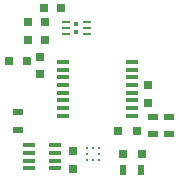
<source format=gbp>
G04 #@! TF.FileFunction,Paste,Bot*
%FSLAX46Y46*%
G04 Gerber Fmt 4.6, Leading zero omitted, Abs format (unit mm)*
G04 Created by KiCad (PCBNEW 4.0.6) date Mon Feb  5 06:37:18 2018*
%MOMM*%
%LPD*%
G01*
G04 APERTURE LIST*
%ADD10C,0.100000*%
%ADD11R,0.800000X0.750000*%
%ADD12R,0.750000X0.800000*%
%ADD13R,0.800000X0.800000*%
%ADD14R,0.900000X0.500000*%
%ADD15R,0.500000X0.900000*%
%ADD16R,1.000000X0.400000*%
%ADD17R,1.060000X0.400000*%
%ADD18C,0.225000*%
%ADD19R,0.700000X0.250000*%
%ADD20R,0.366000X0.426000*%
G04 APERTURE END LIST*
D10*
D11*
X152527000Y-87630000D03*
X154027000Y-87630000D03*
D12*
X155194000Y-88761000D03*
X155194000Y-87261000D03*
X164338000Y-91186000D03*
X164338000Y-89686000D03*
X154178000Y-84352000D03*
X154178000Y-85852000D03*
X157988000Y-96750000D03*
X157988000Y-95250000D03*
D13*
X163334500Y-93599000D03*
X161734500Y-93599000D03*
X163779000Y-95504000D03*
X162179000Y-95504000D03*
D14*
X164719000Y-92341000D03*
X164719000Y-93841000D03*
X166116000Y-92341000D03*
X166116000Y-93841000D03*
D15*
X162203000Y-96901000D03*
X163703000Y-96901000D03*
D14*
X153289000Y-92000000D03*
X153289000Y-93500000D03*
D16*
X157100000Y-92275000D03*
X157100000Y-91625000D03*
X157100000Y-90975000D03*
X157100000Y-90325000D03*
X157100000Y-89675000D03*
X157100000Y-89025000D03*
X157100000Y-88375000D03*
X157100000Y-87725000D03*
X162900000Y-87725000D03*
X162900000Y-88375000D03*
X162900000Y-89025000D03*
X162900000Y-89675000D03*
X162900000Y-90325000D03*
X162900000Y-90975000D03*
X162900000Y-91625000D03*
X162900000Y-92275000D03*
D17*
X156421000Y-94778000D03*
X156421000Y-95428000D03*
X156421000Y-96088000D03*
X156421000Y-96738000D03*
X154221000Y-96738000D03*
X154221000Y-96088000D03*
X154221000Y-95428000D03*
X154221000Y-94778000D03*
D18*
X160139000Y-96004000D03*
X160139000Y-95504000D03*
X160139000Y-95004000D03*
X159639000Y-95004000D03*
X159139000Y-95004000D03*
X159139000Y-95504000D03*
X159139000Y-96004000D03*
X159639000Y-96004000D03*
D12*
X155575000Y-85852000D03*
X155575000Y-84352000D03*
D11*
X156960000Y-83185000D03*
X155460000Y-83185000D03*
D19*
X157317000Y-85336000D03*
X157317000Y-84836000D03*
X157317000Y-84336000D03*
X159167000Y-84336000D03*
X159167000Y-84836000D03*
X159167000Y-85336000D03*
D20*
X158242000Y-84481000D03*
X158242000Y-85191000D03*
M02*

</source>
